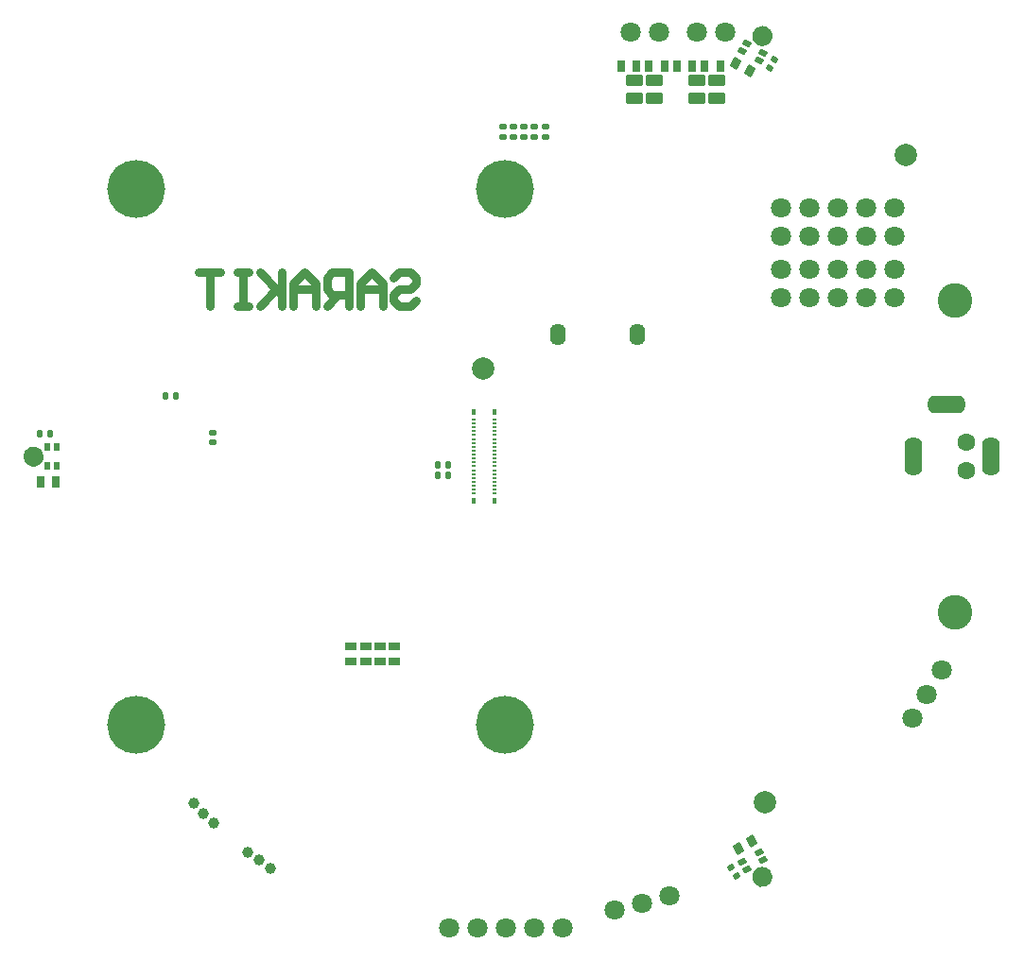
<source format=gbs>
G04*
G04 #@! TF.GenerationSoftware,Altium Limited,Altium Designer,21.8.1 (53)*
G04*
G04 Layer_Color=16711935*
%FSTAX43Y43*%
%MOMM*%
G71*
G04*
G04 #@! TF.SameCoordinates,4D8E118D-B1AD-4882-94AF-A7B266F95968*
G04*
G04*
G04 #@! TF.FilePolarity,Negative*
G04*
G01*
G75*
G04:AMPARAMS|DCode=19|XSize=0.6mm|YSize=0.5mm|CornerRadius=0.05mm|HoleSize=0mm|Usage=FLASHONLY|Rotation=0.000|XOffset=0mm|YOffset=0mm|HoleType=Round|Shape=RoundedRectangle|*
%AMROUNDEDRECTD19*
21,1,0.600,0.400,0,0,0.0*
21,1,0.500,0.500,0,0,0.0*
1,1,0.100,0.250,-0.200*
1,1,0.100,-0.250,-0.200*
1,1,0.100,-0.250,0.200*
1,1,0.100,0.250,0.200*
%
%ADD19ROUNDEDRECTD19*%
G04:AMPARAMS|DCode=20|XSize=0.6mm|YSize=0.5mm|CornerRadius=0.05mm|HoleSize=0mm|Usage=FLASHONLY|Rotation=270.000|XOffset=0mm|YOffset=0mm|HoleType=Round|Shape=RoundedRectangle|*
%AMROUNDEDRECTD20*
21,1,0.600,0.400,0,0,270.0*
21,1,0.500,0.500,0,0,270.0*
1,1,0.100,-0.200,-0.250*
1,1,0.100,-0.200,0.250*
1,1,0.100,0.200,0.250*
1,1,0.100,0.200,-0.250*
%
%ADD20ROUNDEDRECTD20*%
G04:AMPARAMS|DCode=21|XSize=0.95mm|YSize=0.75mm|CornerRadius=0.075mm|HoleSize=0mm|Usage=FLASHONLY|Rotation=180.000|XOffset=0mm|YOffset=0mm|HoleType=Round|Shape=RoundedRectangle|*
%AMROUNDEDRECTD21*
21,1,0.950,0.600,0,0,180.0*
21,1,0.800,0.750,0,0,180.0*
1,1,0.150,-0.400,0.300*
1,1,0.150,0.400,0.300*
1,1,0.150,0.400,-0.300*
1,1,0.150,-0.400,-0.300*
%
%ADD21ROUNDEDRECTD21*%
G04:AMPARAMS|DCode=25|XSize=0.95mm|YSize=0.75mm|CornerRadius=0.075mm|HoleSize=0mm|Usage=FLASHONLY|Rotation=270.000|XOffset=0mm|YOffset=0mm|HoleType=Round|Shape=RoundedRectangle|*
%AMROUNDEDRECTD25*
21,1,0.950,0.600,0,0,270.0*
21,1,0.800,0.750,0,0,270.0*
1,1,0.150,-0.300,-0.400*
1,1,0.150,-0.300,0.400*
1,1,0.150,0.300,0.400*
1,1,0.150,0.300,-0.400*
%
%ADD25ROUNDEDRECTD25*%
G04:AMPARAMS|DCode=29|XSize=1.45mm|YSize=0.95mm|CornerRadius=0.095mm|HoleSize=0mm|Usage=FLASHONLY|Rotation=180.000|XOffset=0mm|YOffset=0mm|HoleType=Round|Shape=RoundedRectangle|*
%AMROUNDEDRECTD29*
21,1,1.450,0.760,0,0,180.0*
21,1,1.260,0.950,0,0,180.0*
1,1,0.190,-0.630,0.380*
1,1,0.190,0.630,0.380*
1,1,0.190,0.630,-0.380*
1,1,0.190,-0.630,-0.380*
%
%ADD29ROUNDEDRECTD29*%
%ADD62C,2.000*%
%ADD67C,1.000*%
%ADD68C,1.800*%
%ADD70O,1.400X1.950*%
%ADD71O,1.600X3.500*%
%ADD72O,3.500X1.600*%
%ADD73C,1.600*%
%ADD74C,0.900*%
%ADD75C,5.200*%
%ADD78C,0.500*%
%ADD82C,0.750*%
G04:AMPARAMS|DCode=89|XSize=0.1mm|YSize=0.1mm|CornerRadius=0.01mm|HoleSize=0mm|Usage=FLASHONLY|Rotation=120.000|XOffset=0mm|YOffset=0mm|HoleType=Round|Shape=RoundedRectangle|*
%AMROUNDEDRECTD89*
21,1,0.100,0.080,0,0,120.0*
21,1,0.080,0.100,0,0,120.0*
1,1,0.020,0.015,0.055*
1,1,0.020,0.055,-0.015*
1,1,0.020,-0.015,-0.055*
1,1,0.020,-0.055,0.015*
%
%ADD89ROUNDEDRECTD89*%
G04:AMPARAMS|DCode=90|XSize=0.1mm|YSize=0.1mm|CornerRadius=0.01mm|HoleSize=0mm|Usage=FLASHONLY|Rotation=210.000|XOffset=0mm|YOffset=0mm|HoleType=Round|Shape=RoundedRectangle|*
%AMROUNDEDRECTD90*
21,1,0.100,0.080,0,0,210.0*
21,1,0.080,0.100,0,0,210.0*
1,1,0.020,-0.055,0.015*
1,1,0.020,0.015,0.055*
1,1,0.020,0.055,-0.015*
1,1,0.020,-0.015,-0.055*
%
%ADD90ROUNDEDRECTD90*%
G04:AMPARAMS|DCode=91|XSize=0.725mm|YSize=0.522mm|CornerRadius=0.052mm|HoleSize=0mm|Usage=FLASHONLY|Rotation=210.000|XOffset=0mm|YOffset=0mm|HoleType=Round|Shape=RoundedRectangle|*
%AMROUNDEDRECTD91*
21,1,0.725,0.418,0,0,210.0*
21,1,0.621,0.522,0,0,210.0*
1,1,0.104,-0.373,0.026*
1,1,0.104,0.164,0.336*
1,1,0.104,0.373,-0.026*
1,1,0.104,-0.164,-0.336*
%
%ADD91ROUNDEDRECTD91*%
G04:AMPARAMS|DCode=92|XSize=0.6mm|YSize=0.5mm|CornerRadius=0.05mm|HoleSize=0mm|Usage=FLASHONLY|Rotation=210.000|XOffset=0mm|YOffset=0mm|HoleType=Round|Shape=RoundedRectangle|*
%AMROUNDEDRECTD92*
21,1,0.600,0.400,0,0,210.0*
21,1,0.500,0.500,0,0,210.0*
1,1,0.100,-0.317,0.048*
1,1,0.100,0.117,0.298*
1,1,0.100,0.317,-0.048*
1,1,0.100,-0.117,-0.298*
%
%ADD92ROUNDEDRECTD92*%
G04:AMPARAMS|DCode=93|XSize=0.6mm|YSize=0.5mm|CornerRadius=0.05mm|HoleSize=0mm|Usage=FLASHONLY|Rotation=150.000|XOffset=0mm|YOffset=0mm|HoleType=Round|Shape=RoundedRectangle|*
%AMROUNDEDRECTD93*
21,1,0.600,0.400,0,0,150.0*
21,1,0.500,0.500,0,0,150.0*
1,1,0.100,-0.117,0.298*
1,1,0.100,0.317,0.048*
1,1,0.100,0.117,-0.298*
1,1,0.100,-0.317,-0.048*
%
%ADD93ROUNDEDRECTD93*%
G04:AMPARAMS|DCode=94|XSize=0.95mm|YSize=0.75mm|CornerRadius=0.075mm|HoleSize=0mm|Usage=FLASHONLY|Rotation=60.000|XOffset=0mm|YOffset=0mm|HoleType=Round|Shape=RoundedRectangle|*
%AMROUNDEDRECTD94*
21,1,0.950,0.600,0,0,60.0*
21,1,0.800,0.750,0,0,60.0*
1,1,0.150,0.460,0.196*
1,1,0.150,0.060,-0.496*
1,1,0.150,-0.460,-0.196*
1,1,0.150,-0.060,0.496*
%
%ADD94ROUNDEDRECTD94*%
G04:AMPARAMS|DCode=95|XSize=0.1mm|YSize=0.1mm|CornerRadius=0.01mm|HoleSize=0mm|Usage=FLASHONLY|Rotation=240.000|XOffset=0mm|YOffset=0mm|HoleType=Round|Shape=RoundedRectangle|*
%AMROUNDEDRECTD95*
21,1,0.100,0.080,0,0,240.0*
21,1,0.080,0.100,0,0,240.0*
1,1,0.020,-0.055,-0.015*
1,1,0.020,-0.015,0.055*
1,1,0.020,0.055,0.015*
1,1,0.020,0.015,-0.055*
%
%ADD95ROUNDEDRECTD95*%
G04:AMPARAMS|DCode=96|XSize=0.1mm|YSize=0.1mm|CornerRadius=0.01mm|HoleSize=0mm|Usage=FLASHONLY|Rotation=330.000|XOffset=0mm|YOffset=0mm|HoleType=Round|Shape=RoundedRectangle|*
%AMROUNDEDRECTD96*
21,1,0.100,0.080,0,0,330.0*
21,1,0.080,0.100,0,0,330.0*
1,1,0.020,0.015,-0.055*
1,1,0.020,-0.055,-0.015*
1,1,0.020,-0.015,0.055*
1,1,0.020,0.055,0.015*
%
%ADD96ROUNDEDRECTD96*%
G04:AMPARAMS|DCode=97|XSize=0.725mm|YSize=0.522mm|CornerRadius=0.052mm|HoleSize=0mm|Usage=FLASHONLY|Rotation=330.000|XOffset=0mm|YOffset=0mm|HoleType=Round|Shape=RoundedRectangle|*
%AMROUNDEDRECTD97*
21,1,0.725,0.418,0,0,330.0*
21,1,0.621,0.522,0,0,330.0*
1,1,0.104,0.164,-0.336*
1,1,0.104,-0.373,-0.026*
1,1,0.104,-0.164,0.336*
1,1,0.104,0.373,0.026*
%
%ADD97ROUNDEDRECTD97*%
G04:AMPARAMS|DCode=98|XSize=0.18mm|YSize=0.4mm|CornerRadius=0.018mm|HoleSize=0mm|Usage=FLASHONLY|Rotation=270.000|XOffset=0mm|YOffset=0mm|HoleType=Round|Shape=RoundedRectangle|*
%AMROUNDEDRECTD98*
21,1,0.180,0.364,0,0,270.0*
21,1,0.144,0.400,0,0,270.0*
1,1,0.036,-0.182,-0.072*
1,1,0.036,-0.182,0.072*
1,1,0.036,0.182,0.072*
1,1,0.036,0.182,-0.072*
%
%ADD98ROUNDEDRECTD98*%
G04:AMPARAMS|DCode=99|XSize=0.455mm|YSize=0.33mm|CornerRadius=0.033mm|HoleSize=0mm|Usage=FLASHONLY|Rotation=90.000|XOffset=0mm|YOffset=0mm|HoleType=Round|Shape=RoundedRectangle|*
%AMROUNDEDRECTD99*
21,1,0.455,0.264,0,0,90.0*
21,1,0.389,0.330,0,0,90.0*
1,1,0.066,0.132,0.195*
1,1,0.066,0.132,-0.195*
1,1,0.066,-0.132,-0.195*
1,1,0.066,-0.132,0.195*
%
%ADD99ROUNDEDRECTD99*%
G04:AMPARAMS|DCode=100|XSize=0.95mm|YSize=0.75mm|CornerRadius=0.075mm|HoleSize=0mm|Usage=FLASHONLY|Rotation=120.000|XOffset=0mm|YOffset=0mm|HoleType=Round|Shape=RoundedRectangle|*
%AMROUNDEDRECTD100*
21,1,0.950,0.600,0,0,120.0*
21,1,0.800,0.750,0,0,120.0*
1,1,0.150,0.060,0.496*
1,1,0.150,0.460,-0.196*
1,1,0.150,-0.060,-0.496*
1,1,0.150,-0.460,0.196*
%
%ADD100ROUNDEDRECTD100*%
G04:AMPARAMS|DCode=101|XSize=0.1mm|YSize=0.1mm|CornerRadius=0.01mm|HoleSize=0mm|Usage=FLASHONLY|Rotation=0.000|XOffset=0mm|YOffset=0mm|HoleType=Round|Shape=RoundedRectangle|*
%AMROUNDEDRECTD101*
21,1,0.100,0.080,0,0,0.0*
21,1,0.080,0.100,0,0,0.0*
1,1,0.020,0.040,-0.040*
1,1,0.020,-0.040,-0.040*
1,1,0.020,-0.040,0.040*
1,1,0.020,0.040,0.040*
%
%ADD101ROUNDEDRECTD101*%
G04:AMPARAMS|DCode=102|XSize=0.1mm|YSize=0.1mm|CornerRadius=0.01mm|HoleSize=0mm|Usage=FLASHONLY|Rotation=90.000|XOffset=0mm|YOffset=0mm|HoleType=Round|Shape=RoundedRectangle|*
%AMROUNDEDRECTD102*
21,1,0.100,0.080,0,0,90.0*
21,1,0.080,0.100,0,0,90.0*
1,1,0.020,0.040,0.040*
1,1,0.020,0.040,-0.040*
1,1,0.020,-0.040,-0.040*
1,1,0.020,-0.040,0.040*
%
%ADD102ROUNDEDRECTD102*%
G04:AMPARAMS|DCode=103|XSize=0.725mm|YSize=0.522mm|CornerRadius=0.052mm|HoleSize=0mm|Usage=FLASHONLY|Rotation=90.000|XOffset=0mm|YOffset=0mm|HoleType=Round|Shape=RoundedRectangle|*
%AMROUNDEDRECTD103*
21,1,0.725,0.418,0,0,90.0*
21,1,0.621,0.522,0,0,90.0*
1,1,0.104,0.209,0.310*
1,1,0.104,0.209,-0.310*
1,1,0.104,-0.209,-0.310*
1,1,0.104,-0.209,0.310*
%
%ADD103ROUNDEDRECTD103*%
%ADD105C,3.100*%
D19*
X00004Y002955D02*
D03*
Y002865D02*
D03*
X000135Y002865D02*
D03*
Y002955D02*
D03*
X-000055Y002865D02*
D03*
X-000055Y002955D02*
D03*
X-0001501Y002955D02*
D03*
Y002865D02*
D03*
X0002301Y002955D02*
D03*
Y002865D02*
D03*
X-0027425Y000125D02*
D03*
Y000215D02*
D03*
D20*
X-0006375Y-0000775D02*
D03*
X-0007275D02*
D03*
X-0006375Y-0001725D02*
D03*
X-0007275D02*
D03*
X-004295Y0002025D02*
D03*
X-004205D02*
D03*
X-0031675Y0005425D02*
D03*
X-0030775D02*
D03*
D21*
X-0011174Y-0018375D02*
D03*
Y-0016975D02*
D03*
X-0012474Y-0018375D02*
D03*
Y-0016975D02*
D03*
X-0015075Y-0018375D02*
D03*
Y-0016975D02*
D03*
X-0013775Y-0018375D02*
D03*
Y-0016975D02*
D03*
D25*
X-00429Y-00023D02*
D03*
X-00415D02*
D03*
X00105Y0035D02*
D03*
X00091D02*
D03*
X00166D02*
D03*
X0018D02*
D03*
X00155D02*
D03*
X00141D02*
D03*
X00116D02*
D03*
X0013D02*
D03*
D29*
X00159Y0032125D02*
D03*
Y0033725D02*
D03*
X00177Y0032125D02*
D03*
Y0033725D02*
D03*
X00103Y0032125D02*
D03*
Y0033725D02*
D03*
X00121Y0032125D02*
D03*
Y0033725D02*
D03*
D62*
X00346Y0027D02*
D03*
X-0003212Y0007869D02*
D03*
X0022Y-0031D02*
D03*
D67*
X-0022283Y-0036869D02*
D03*
X-0024331Y-0035435D02*
D03*
X-0023307Y-0036152D02*
D03*
X-0027416Y-0032859D02*
D03*
X-0029184Y-0031091D02*
D03*
X-00283Y-0031975D02*
D03*
X002175Y-0037672D02*
D03*
X-00435Y0D02*
D03*
D68*
X00159Y0038D02*
D03*
X001844D02*
D03*
X0013453Y-0039343D02*
D03*
X0008547Y-0040657D02*
D03*
X0011Y-004D02*
D03*
X002342Y001423D02*
D03*
Y001677D02*
D03*
X002596Y001423D02*
D03*
X00285D02*
D03*
X003104D02*
D03*
X003358D02*
D03*
X002596Y001677D02*
D03*
X00285D02*
D03*
X003104D02*
D03*
X003358D02*
D03*
X-0006265Y-004225D02*
D03*
X-0003725D02*
D03*
X-0001185D02*
D03*
X0001355D02*
D03*
X0003895D02*
D03*
X003358Y002227D02*
D03*
X003104D02*
D03*
X00285D02*
D03*
X002596D02*
D03*
X003358Y001973D02*
D03*
X003104D02*
D03*
X00285D02*
D03*
X002596D02*
D03*
X002342Y002227D02*
D03*
Y001973D02*
D03*
X000993Y0038D02*
D03*
X001247D02*
D03*
X00365Y-00213D02*
D03*
X0037808Y-0019123D02*
D03*
X0035192Y-0023477D02*
D03*
D70*
X0010575Y001089D02*
D03*
X0003425D02*
D03*
D71*
X0035275Y0D02*
D03*
X004225D02*
D03*
D72*
X00382Y00047D02*
D03*
D73*
X004Y-000127D02*
D03*
Y000127D02*
D03*
D74*
X0021747Y0037674D02*
D03*
D75*
X-00013Y0024D02*
D03*
X-00343D02*
D03*
X-00013Y-0024D02*
D03*
X-00343D02*
D03*
D78*
X-0042838Y0D02*
G03*
X-0044074Y0000331I-0000663J-0D01*
G01*
D02*
G03*
X-0042838Y0I0000574J-0000331D01*
G01*
X0021747Y0038336D02*
G03*
X0021404Y0037107I0J-0000663D01*
G01*
D02*
G03*
X0021747Y0038336I0000343J0000567D01*
G01*
X0021579Y-0038312D02*
G03*
X0022274Y-0037267I0000171J000064D01*
G01*
X0021579Y-0038312D02*
G03*
X0022274Y-0037267I0000171J000064D01*
G01*
D02*
G03*
X0021579Y-0038312I-0000524J-0000405D01*
G01*
X0022274Y-0037267D02*
G03*
X0021579Y-0038312I-0000524J-0000405D01*
G01*
D82*
X-0011253Y0016D02*
X-0010753Y00165D01*
X-0009753D01*
X-0009253Y0016D01*
Y00155D01*
X-0009753Y0015D01*
X-0010753D01*
X-0011253Y00145D01*
Y0014D01*
X-0010753Y00135D01*
X-0009753D01*
X-0009253Y0014D01*
X-0012252Y00135D02*
Y00155D01*
X-0013252Y00165D01*
X-0014252Y00155D01*
Y00135D01*
Y0015D01*
X-0012252D01*
X-0015251Y00135D02*
Y00165D01*
X-0016751D01*
X-0017251Y0016D01*
Y0015D01*
X-0016751Y00145D01*
X-0015251D01*
X-0016251D02*
X-0017251Y00135D01*
X-001825D02*
Y00155D01*
X-001925Y00165D01*
X-002025Y00155D01*
Y00135D01*
Y0015D01*
X-001825D01*
X-0021249Y00165D02*
Y00135D01*
Y00145D01*
X-0023249Y00165D01*
X-0021749Y0015D01*
X-0023249Y00135D01*
X-0024248Y00165D02*
X-0025248D01*
X-0024748D01*
Y00135D01*
X-0024248D01*
X-0025248D01*
X-0026747Y00165D02*
X-0028747D01*
X-0027747D01*
Y00135D01*
D89*
X0022053Y-0038198D02*
D03*
D90*
X0022264Y-0037383D02*
D03*
X0021242Y-0037973D02*
D03*
D91*
X0019988Y-0036294D02*
D03*
X0020399Y-0037006D02*
D03*
X0021438Y-0035457D02*
D03*
X0021849Y-0036169D02*
D03*
D92*
X0018975Y-003681D02*
D03*
X0019425Y-003759D02*
D03*
D93*
X0022375Y003481D02*
D03*
X0022825Y003559D02*
D03*
D94*
X0019394Y003525D02*
D03*
X0020606Y003455D02*
D03*
D95*
X0022051Y0038199D02*
D03*
D96*
X002124Y0037975D02*
D03*
X0022262Y0037385D02*
D03*
D97*
X0021435Y0035459D02*
D03*
X0021846Y0036171D02*
D03*
X0019985Y0036296D02*
D03*
X0020396Y0037008D02*
D03*
D98*
X-0004125Y-0003325D02*
D03*
Y-0002975D02*
D03*
Y-0002625D02*
D03*
Y-0002275D02*
D03*
Y-0001925D02*
D03*
X-0002225Y-0003325D02*
D03*
Y-0002975D02*
D03*
Y-0002625D02*
D03*
Y-0002275D02*
D03*
Y-0001925D02*
D03*
X-0004125Y0002275D02*
D03*
Y-0001225D02*
D03*
Y-0000875D02*
D03*
Y-0000525D02*
D03*
Y-0000175D02*
D03*
Y0000175D02*
D03*
Y0001225D02*
D03*
Y0000875D02*
D03*
Y0000525D02*
D03*
Y0002975D02*
D03*
Y0002625D02*
D03*
Y0003325D02*
D03*
Y0001925D02*
D03*
Y-0001575D02*
D03*
Y0001575D02*
D03*
X-0002225Y0003325D02*
D03*
Y-0000875D02*
D03*
Y-0001225D02*
D03*
Y-0001575D02*
D03*
Y-0000525D02*
D03*
Y-0000175D02*
D03*
Y0000875D02*
D03*
Y0001575D02*
D03*
Y0000525D02*
D03*
Y0001925D02*
D03*
Y0002275D02*
D03*
Y0002625D02*
D03*
Y0002975D02*
D03*
Y0000175D02*
D03*
Y0001225D02*
D03*
D99*
X-000412Y-000398D02*
D03*
X-000223D02*
D03*
Y000398D02*
D03*
X-000412D02*
D03*
D100*
X0020806Y-003445D02*
D03*
X0019594Y-003515D02*
D03*
D101*
X-0044107Y-0D02*
D03*
D102*
X-0043507Y-000059D02*
D03*
X-0043507Y000059D02*
D03*
D103*
X-0041426Y0000837D02*
D03*
X-0042248Y0000837D02*
D03*
X-0041426Y-0000837D02*
D03*
X-0042248Y-0000837D02*
D03*
D105*
X0039Y-0014D02*
D03*
Y0014D02*
D03*
M02*

</source>
